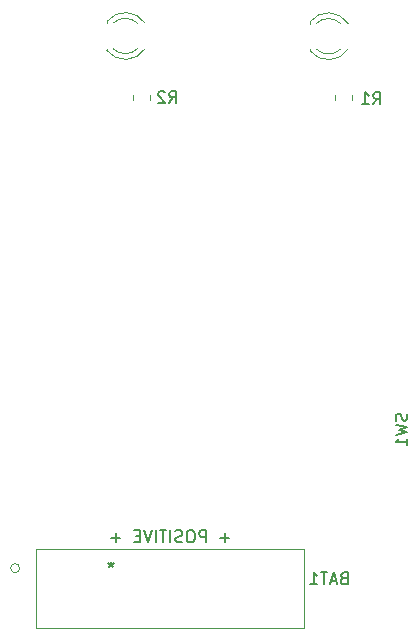
<source format=gbr>
%TF.GenerationSoftware,KiCad,Pcbnew,(5.1.9-0-10_14)*%
%TF.CreationDate,2021-10-18T12:15:18-07:00*%
%TF.ProjectId,ghost_pcb_2,67686f73-745f-4706-9362-5f322e6b6963,rev?*%
%TF.SameCoordinates,Original*%
%TF.FileFunction,Legend,Bot*%
%TF.FilePolarity,Positive*%
%FSLAX46Y46*%
G04 Gerber Fmt 4.6, Leading zero omitted, Abs format (unit mm)*
G04 Created by KiCad (PCBNEW (5.1.9-0-10_14)) date 2021-10-18 12:15:18*
%MOMM*%
%LPD*%
G01*
G04 APERTURE LIST*
%ADD10C,0.150000*%
%ADD11C,0.120000*%
G04 APERTURE END LIST*
D10*
X140890000Y-123261428D02*
X140128095Y-123261428D01*
X140509047Y-123642380D02*
X140509047Y-122880476D01*
X138890000Y-123642380D02*
X138890000Y-122642380D01*
X138509047Y-122642380D01*
X138413809Y-122690000D01*
X138366190Y-122737619D01*
X138318571Y-122832857D01*
X138318571Y-122975714D01*
X138366190Y-123070952D01*
X138413809Y-123118571D01*
X138509047Y-123166190D01*
X138890000Y-123166190D01*
X137699523Y-122642380D02*
X137509047Y-122642380D01*
X137413809Y-122690000D01*
X137318571Y-122785238D01*
X137270952Y-122975714D01*
X137270952Y-123309047D01*
X137318571Y-123499523D01*
X137413809Y-123594761D01*
X137509047Y-123642380D01*
X137699523Y-123642380D01*
X137794761Y-123594761D01*
X137890000Y-123499523D01*
X137937619Y-123309047D01*
X137937619Y-122975714D01*
X137890000Y-122785238D01*
X137794761Y-122690000D01*
X137699523Y-122642380D01*
X136890000Y-123594761D02*
X136747142Y-123642380D01*
X136509047Y-123642380D01*
X136413809Y-123594761D01*
X136366190Y-123547142D01*
X136318571Y-123451904D01*
X136318571Y-123356666D01*
X136366190Y-123261428D01*
X136413809Y-123213809D01*
X136509047Y-123166190D01*
X136699523Y-123118571D01*
X136794761Y-123070952D01*
X136842380Y-123023333D01*
X136890000Y-122928095D01*
X136890000Y-122832857D01*
X136842380Y-122737619D01*
X136794761Y-122690000D01*
X136699523Y-122642380D01*
X136461428Y-122642380D01*
X136318571Y-122690000D01*
X135890000Y-123642380D02*
X135890000Y-122642380D01*
X135556666Y-122642380D02*
X134985238Y-122642380D01*
X135270952Y-123642380D02*
X135270952Y-122642380D01*
X134651904Y-123642380D02*
X134651904Y-122642380D01*
X134318571Y-122642380D02*
X133985238Y-123642380D01*
X133651904Y-122642380D01*
X133318571Y-123118571D02*
X132985238Y-123118571D01*
X132842380Y-123642380D02*
X133318571Y-123642380D01*
X133318571Y-122642380D01*
X132842380Y-122642380D01*
X131651904Y-123261428D02*
X130890000Y-123261428D01*
X131270952Y-123642380D02*
X131270952Y-122880476D01*
D11*
%TO.C,R2*%
X134161200Y-86229564D02*
X134161200Y-85775436D01*
X132691200Y-86229564D02*
X132691200Y-85775436D01*
%TO.C,R1*%
X151280800Y-86229564D02*
X151280800Y-85775436D01*
X149810800Y-86229564D02*
X149810800Y-85775436D01*
%TO.C,D2*%
X130520000Y-82008000D02*
X130520000Y-81852000D01*
X130520000Y-79692000D02*
X130520000Y-79536000D01*
X133121130Y-79692163D02*
G75*
G03*
X131039039Y-79692000I-1041130J-1079837D01*
G01*
X133121130Y-81851837D02*
G75*
G02*
X131039039Y-81852000I-1041130J1079837D01*
G01*
X133752335Y-79693392D02*
G75*
G03*
X130520000Y-79536484I-1672335J-1078608D01*
G01*
X133752335Y-81850608D02*
G75*
G02*
X130520000Y-82007516I-1672335J1078608D01*
G01*
%TO.C,D1*%
X147715800Y-82033400D02*
X147715800Y-81877400D01*
X147715800Y-79717400D02*
X147715800Y-79561400D01*
X150316930Y-79717563D02*
G75*
G03*
X148234839Y-79717400I-1041130J-1079837D01*
G01*
X150316930Y-81877237D02*
G75*
G02*
X148234839Y-81877400I-1041130J1079837D01*
G01*
X150948135Y-79718792D02*
G75*
G03*
X147715800Y-79561884I-1672335J-1078608D01*
G01*
X150948135Y-81876008D02*
G75*
G02*
X147715800Y-82032916I-1672335J1078608D01*
G01*
%TO.C,BAT1*%
X123135400Y-125831600D02*
G75*
G03*
X123135400Y-125831600I-381000J0D01*
G01*
X124532400Y-130893947D02*
X124532400Y-124239147D01*
X147189200Y-130893947D02*
X124532400Y-130893947D01*
X147189200Y-124239147D02*
X147189200Y-130893947D01*
X124532400Y-124239147D02*
X147189200Y-124239147D01*
%TO.C,SW1*%
D10*
X155920961Y-112763466D02*
X155968580Y-112906323D01*
X155968580Y-113144419D01*
X155920961Y-113239657D01*
X155873342Y-113287276D01*
X155778104Y-113334895D01*
X155682866Y-113334895D01*
X155587628Y-113287276D01*
X155540009Y-113239657D01*
X155492390Y-113144419D01*
X155444771Y-112953942D01*
X155397152Y-112858704D01*
X155349533Y-112811085D01*
X155254295Y-112763466D01*
X155159057Y-112763466D01*
X155063819Y-112811085D01*
X155016200Y-112858704D01*
X154968580Y-112953942D01*
X154968580Y-113192038D01*
X155016200Y-113334895D01*
X154968580Y-113668228D02*
X155968580Y-113906323D01*
X155254295Y-114096800D01*
X155968580Y-114287276D01*
X154968580Y-114525371D01*
X155968580Y-115430133D02*
X155968580Y-114858704D01*
X155968580Y-115144419D02*
X154968580Y-115144419D01*
X155111438Y-115049180D01*
X155206676Y-114953942D01*
X155254295Y-114858704D01*
%TO.C,R2*%
X135802666Y-86454880D02*
X136136000Y-85978690D01*
X136374095Y-86454880D02*
X136374095Y-85454880D01*
X135993142Y-85454880D01*
X135897904Y-85502500D01*
X135850285Y-85550119D01*
X135802666Y-85645357D01*
X135802666Y-85788214D01*
X135850285Y-85883452D01*
X135897904Y-85931071D01*
X135993142Y-85978690D01*
X136374095Y-85978690D01*
X135421714Y-85550119D02*
X135374095Y-85502500D01*
X135278857Y-85454880D01*
X135040761Y-85454880D01*
X134945523Y-85502500D01*
X134897904Y-85550119D01*
X134850285Y-85645357D01*
X134850285Y-85740595D01*
X134897904Y-85883452D01*
X135469333Y-86454880D01*
X134850285Y-86454880D01*
%TO.C,R1*%
X153074666Y-86558380D02*
X153408000Y-86082190D01*
X153646095Y-86558380D02*
X153646095Y-85558380D01*
X153265142Y-85558380D01*
X153169904Y-85606000D01*
X153122285Y-85653619D01*
X153074666Y-85748857D01*
X153074666Y-85891714D01*
X153122285Y-85986952D01*
X153169904Y-86034571D01*
X153265142Y-86082190D01*
X153646095Y-86082190D01*
X152122285Y-86558380D02*
X152693714Y-86558380D01*
X152408000Y-86558380D02*
X152408000Y-85558380D01*
X152503238Y-85701238D01*
X152598476Y-85796476D01*
X152693714Y-85844095D01*
%TO.C,BAT1*%
X150566285Y-126674571D02*
X150423428Y-126722190D01*
X150375809Y-126769809D01*
X150328190Y-126865047D01*
X150328190Y-127007904D01*
X150375809Y-127103142D01*
X150423428Y-127150761D01*
X150518666Y-127198380D01*
X150899619Y-127198380D01*
X150899619Y-126198380D01*
X150566285Y-126198380D01*
X150471047Y-126246000D01*
X150423428Y-126293619D01*
X150375809Y-126388857D01*
X150375809Y-126484095D01*
X150423428Y-126579333D01*
X150471047Y-126626952D01*
X150566285Y-126674571D01*
X150899619Y-126674571D01*
X149947238Y-126912666D02*
X149471047Y-126912666D01*
X150042476Y-127198380D02*
X149709142Y-126198380D01*
X149375809Y-127198380D01*
X149185333Y-126198380D02*
X148613904Y-126198380D01*
X148899619Y-127198380D02*
X148899619Y-126198380D01*
X147756761Y-127198380D02*
X148328190Y-127198380D01*
X148042476Y-127198380D02*
X148042476Y-126198380D01*
X148137714Y-126341238D01*
X148232952Y-126436476D01*
X148328190Y-126484095D01*
X130860800Y-125283980D02*
X130860800Y-125522076D01*
X131098895Y-125426838D02*
X130860800Y-125522076D01*
X130622704Y-125426838D01*
X131003657Y-125712552D02*
X130860800Y-125522076D01*
X130717942Y-125712552D01*
%TD*%
M02*

</source>
